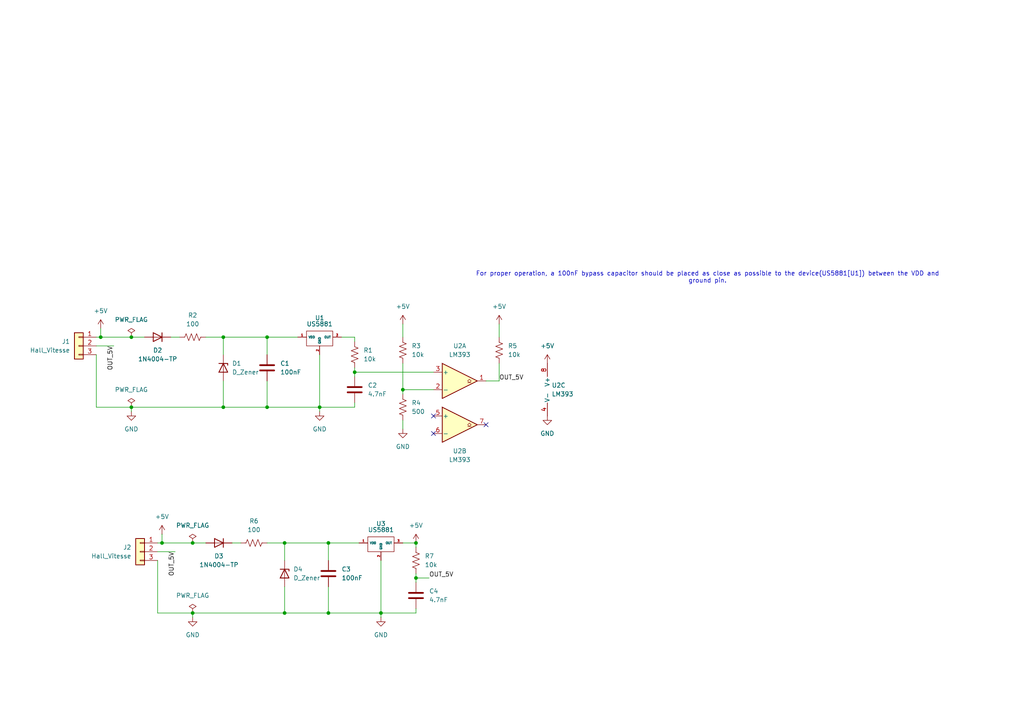
<source format=kicad_sch>
(kicad_sch (version 20231120) (generator "eeschema") (generator_version "8.0")
  (paper "A4")
  (lib_symbols
    (symbol "Comparator:LM393" (pin_names (offset 0.127))
      (property "Reference" "U" (at 3.81 3.81 0))
      (property "Value" "LM393" (at 6.35 -3.81 0))
      (symbol "LM393_1_1"
        (polyline (pts (xy -5.08 5.08) (xy 5.08 0) (xy -5.08 -5.08) (xy -5.08 5.08)) (stroke (width 0.254)) (fill (type background)))
        (polyline (pts (xy 3.302 -0.508) (xy 2.794 -0.508) (xy 3.302 0) (xy 2.794 0.508) (xy 2.286 0) (xy 2.794 -0.508) (xy 2.286 -0.508)) (stroke (width 0.127)))
        (pin open_collector line (at 7.62 0 180) (length 2.54) (name "~") (number "1"))
        (pin input line (at -7.62 -2.54 0) (length 2.54) (name "-") (number "2"))
        (pin input line (at -7.62 2.54 0) (length 2.54) (name "+") (number "3"))
      )
      (symbol "LM393_2_1"
        (polyline (pts (xy -5.08 5.08) (xy 5.08 0) (xy -5.08 -5.08) (xy -5.08 5.08)) (stroke (width 0.254)) (fill (type background)))
        (polyline (pts (xy 3.302 -0.508) (xy 2.794 -0.508) (xy 3.302 0) (xy 2.794 0.508) (xy 2.286 0) (xy 2.794 -0.508) (xy 2.286 -0.508)) (stroke (width 0.127)))
        (pin input line (at -7.62 2.54 0) (length 2.54) (name "+") (number "5"))
        (pin input line (at -7.62 -2.54 0) (length 2.54) (name "-") (number "6"))
        (pin open_collector line (at 7.62 0 180) (length 2.54) (name "~") (number "7"))
      )
      (symbol "LM393_3_1"
        (pin power_in line (at -2.54 -7.62 90) (length 3.81) (name "V-") (number "4"))
        (pin power_in line (at -2.54 7.62 270) (length 3.81) (name "V+") (number "8"))
      )
    )
    (symbol "Connector_Generic:Conn_01x03" (pin_names (offset 1.016) hide)
      (property "Reference" "J" (at 0 5.08 0))
      (property "Value" "Conn_01x03" (at 0 -5.08 0))
      (symbol "Conn_01x03_1_1"
        (rectangle (start -1.27 -2.413) (end 0 -2.667) (stroke (width 0.1524)))
        (rectangle (start -1.27 0.127) (end 0 -0.127) (stroke (width 0.1524)))
        (rectangle (start -1.27 2.667) (end 0 2.413) (stroke (width 0.1524)))
        (rectangle (start -1.27 3.81) (end 1.27 -3.81) (stroke (width 0.254)) (fill (type background)))
        (pin passive line (at -5.08 2.54 0) (length 3.81) (name "Pin_1") (number "1"))
        (pin passive line (at -5.08 0 0) (length 3.81) (name "Pin_2") (number "2"))
        (pin passive line (at -5.08 -2.54 0) (length 3.81) (name "Pin_3") (number "3"))
      )
    )
    (symbol "Device:C" (pin_numbers hide) (pin_names (offset 0.254))
      (property "Reference" "C" (at 0.635 2.54 0))
      (property "Value" "C" (at 0.635 -2.54 0))
      (symbol "C_0_1"
        (polyline (pts (xy -2.032 -0.762) (xy 2.032 -0.762)) (stroke (width 0.508)))
        (polyline (pts (xy -2.032 0.762) (xy 2.032 0.762)) (stroke (width 0.508)))
      )
      (symbol "C_1_1"
        (pin passive line (at 0 3.81 270) (length 2.794) (name "~") (number "1"))
        (pin passive line (at 0 -3.81 90) (length 2.794) (name "~") (number "2"))
      )
    )
    (symbol "Device:D" (pin_numbers hide) (pin_names (offset 1.016) hide)
      (property "Reference" "D" (at 0 2.54 0))
      (property "Value" "D" (at 0 -2.54 0))
      (symbol "D_0_1"
        (polyline (pts (xy -1.27 1.27) (xy -1.27 -1.27)) (stroke (width 0.254)))
        (polyline (pts (xy 1.27 0) (xy -1.27 0)))
        (polyline (pts (xy 1.27 1.27) (xy 1.27 -1.27) (xy -1.27 0) (xy 1.27 1.27)) (stroke (width 0.254)))
      )
      (symbol "D_1_1"
        (pin passive line (at -3.81 0 0) (length 2.54) (name "K") (number "1"))
        (pin passive line (at 3.81 0 180) (length 2.54) (name "A") (number "2"))
      )
    )
    (symbol "Device:D_Zener" (pin_numbers hide) (pin_names (offset 1.016) hide)
      (property "Reference" "D" (at 0 2.54 0))
      (property "Value" "D_Zener" (at 0 -2.54 0))
      (symbol "D_Zener_0_1"
        (polyline (pts (xy 1.27 0) (xy -1.27 0)))
        (polyline (pts (xy -1.27 -1.27) (xy -1.27 1.27) (xy -0.762 1.27)) (stroke (width 0.254)))
        (polyline (pts (xy 1.27 -1.27) (xy 1.27 1.27) (xy -1.27 0) (xy 1.27 -1.27)) (stroke (width 0.254)))
      )
      (symbol "D_Zener_1_1"
        (pin passive line (at -3.81 0 0) (length 2.54) (name "K") (number "1"))
        (pin passive line (at 3.81 0 180) (length 2.54) (name "A") (number "2"))
      )
    )
    (symbol "Device:R_US" (pin_numbers hide) (pin_names (offset 0))
      (property "Reference" "R" (at 2.54 0 90))
      (property "Value" "R_US" (at -2.54 0 90))
      (symbol "R_US_0_1"
        (polyline (pts (xy 0 -2.286) (xy 0 -2.54)))
        (polyline (pts (xy 0 2.286) (xy 0 2.54)))
        (polyline (pts (xy 0 -0.762) (xy 1.016 -1.143) (xy 0 -1.524) (xy -1.016 -1.905) (xy 0 -2.286)))
        (polyline (pts (xy 0 0.762) (xy 1.016 0.381) (xy 0 0) (xy -1.016 -0.381) (xy 0 -0.762)))
        (polyline (pts (xy 0 2.286) (xy 1.016 1.905) (xy 0 1.524) (xy -1.016 1.143) (xy 0 0.762)))
      )
      (symbol "R_US_1_1"
        (pin passive line (at 0 3.81 270) (length 1.27) (name "~") (number "1"))
        (pin passive line (at 0 -3.81 90) (length 1.27) (name "~") (number "2"))
      )
    )
    (symbol "Library_project:US5881_UApackage"
      (property "Reference" "U" (at 0 0 0))
      (symbol "US5881_UApackage_0_1"
        (rectangle (start -3.81 -0.762) (end 3.81 -5.08))
      )
      (symbol "US5881_UApackage_1_1"
        (pin input line (at -6.35 -2.54 0) (length 2.54) (name "VDD") (number "1"))
        (pin input line (at 0 -7.62 90) (length 2.54) (name "GND") (number "2"))
        (pin input line (at 6.35 -2.54 180) (length 2.54) (name "OUT") (number "3"))
      )
    )
    (symbol "power:+5V" (power) (pin_numbers hide) (pin_names (offset 0) hide)
      (property "Value" "+5V" (at 0 3.556 0))
      (symbol "+5V_0_1"
        (polyline (pts (xy -0.762 1.27) (xy 0 2.54)))
        (polyline (pts (xy 0 0) (xy 0 2.54)))
        (polyline (pts (xy 0 2.54) (xy 0.762 1.27)))
      )
      (symbol "+5V_1_1"
        (pin power_in line (at 0 0 90) (length 0) (name "~") (number "1"))
      )
    )
    (symbol "power:GND" (power) (pin_numbers hide) (pin_names (offset 0) hide)
      (property "Value" "GND" (at 0 -3.81 0))
      (symbol "GND_0_1"
        (polyline (pts (xy 0 0) (xy 0 -1.27) (xy 1.27 -1.27) (xy 0 -2.54) (xy -1.27 -1.27) (xy 0 -1.27)))
      )
      (symbol "GND_1_1"
        (pin power_in line (at 0 0 270) (length 0) (name "~") (number "1"))
      )
    )
    (symbol "power:PWR_FLAG" (power) (pin_numbers hide) (pin_names (offset 0) hide)
      (property "Value" "PWR_FLAG" (at 0 3.81 0))
      (symbol "PWR_FLAG_0_0"
        (pin power_out line (at 0 0 90) (length 0) (name "~") (number "1"))
      )
      (symbol "PWR_FLAG_0_1"
        (polyline (pts (xy 0 0) (xy 0 1.27) (xy -1.016 1.905) (xy 0 2.54) (xy 1.016 1.905) (xy 0 1.27)))
      )
    )
  )
  (junction (at 120.65 167.64))
  (junction (at 55.88 157.48))
  (junction (at 46.99 157.48))
  (junction (at 64.77 118.11))
  (junction (at 29.21 97.79))
  (junction (at 95.25 177.8))
  (junction (at 82.55 157.48))
  (junction (at 38.1 97.79))
  (junction (at 116.84 113.03))
  (junction (at 38.1 118.11))
  (junction (at 95.25 157.48))
  (junction (at 55.88 177.8))
  (junction (at 120.65 157.48))
  (junction (at 82.55 177.8))
  (junction (at 110.49 177.8))
  (junction (at 77.47 118.11))
  (junction (at 77.47 97.79))
  (junction (at 92.71 118.11))
  (junction (at 102.87 107.95))
  (junction (at 64.77 97.79))
  (no_connect (at 125.73 125.73))
  (no_connect (at 125.73 120.65))
  (no_connect (at 140.97 123.19))
  (wire (pts (xy 92.71 119.38) (xy 92.71 118.11)))
  (wire (pts (xy 45.72 162.56) (xy 45.72 177.8)))
  (wire (pts (xy 82.55 157.48) (xy 82.55 162.56)))
  (wire (pts (xy 77.47 157.48) (xy 82.55 157.48)))
  (wire (pts (xy 77.47 97.79) (xy 86.36 97.79)))
  (wire (pts (xy 144.78 105.41) (xy 144.78 110.49)))
  (wire (pts (xy 144.78 110.49) (xy 140.97 110.49)))
  (wire (pts (xy 64.77 97.79) (xy 64.77 102.87)))
  (wire (pts (xy 27.94 100.33) (xy 33.02 100.33)))
  (wire (pts (xy 38.1 118.11) (xy 64.77 118.11)))
  (wire (pts (xy 116.84 113.03) (xy 116.84 114.3)))
  (wire (pts (xy 95.25 177.8) (xy 110.49 177.8)))
  (wire (pts (xy 116.84 157.48) (xy 120.65 157.48)))
  (wire (pts (xy 77.47 97.79) (xy 77.47 102.87)))
  (wire (pts (xy 64.77 110.49) (xy 64.77 118.11)))
  (wire (pts (xy 77.47 118.11) (xy 92.71 118.11)))
  (wire (pts (xy 46.99 154.94) (xy 46.99 157.48)))
  (wire (pts (xy 29.21 97.79) (xy 38.1 97.79)))
  (wire (pts (xy 116.84 105.41) (xy 116.84 113.03)))
  (wire (pts (xy 110.49 177.8) (xy 110.49 162.56)))
  (wire (pts (xy 45.72 177.8) (xy 55.88 177.8)))
  (wire (pts (xy 29.21 97.79) (xy 27.94 97.79)))
  (wire (pts (xy 67.31 157.48) (xy 69.85 157.48)))
  (wire (pts (xy 120.65 176.53) (xy 120.65 177.8)))
  (wire (pts (xy 95.25 157.48) (xy 95.25 162.56)))
  (wire (pts (xy 55.88 177.8) (xy 55.88 179.07)))
  (wire (pts (xy 99.06 97.79) (xy 102.87 97.79)))
  (wire (pts (xy 102.87 118.11) (xy 92.71 118.11)))
  (wire (pts (xy 102.87 99.06) (xy 102.87 97.79)))
  (wire (pts (xy 64.77 118.11) (xy 77.47 118.11)))
  (wire (pts (xy 49.53 97.79) (xy 52.07 97.79)))
  (wire (pts (xy 27.94 102.87) (xy 27.94 118.11)))
  (wire (pts (xy 55.88 177.8) (xy 82.55 177.8)))
  (wire (pts (xy 120.65 158.75) (xy 120.65 157.48)))
  (wire (pts (xy 59.69 97.79) (xy 64.77 97.79)))
  (wire (pts (xy 92.71 118.11) (xy 92.71 102.87)))
  (wire (pts (xy 120.65 167.64) (xy 120.65 168.91)))
  (wire (pts (xy 82.55 157.48) (xy 95.25 157.48)))
  (wire (pts (xy 120.65 177.8) (xy 110.49 177.8)))
  (wire (pts (xy 38.1 118.11) (xy 38.1 119.38)))
  (wire (pts (xy 82.55 177.8) (xy 95.25 177.8)))
  (wire (pts (xy 120.65 167.64) (xy 124.46 167.64)))
  (wire (pts (xy 55.88 157.48) (xy 59.69 157.48)))
  (wire (pts (xy 102.87 106.68) (xy 102.87 107.95)))
  (wire (pts (xy 116.84 121.92) (xy 116.84 124.46)))
  (wire (pts (xy 116.84 93.98) (xy 116.84 97.79)))
  (wire (pts (xy 46.99 157.48) (xy 45.72 157.48)))
  (wire (pts (xy 116.84 113.03) (xy 125.73 113.03)))
  (wire (pts (xy 29.21 95.25) (xy 29.21 97.79)))
  (wire (pts (xy 144.78 93.98) (xy 144.78 97.79)))
  (wire (pts (xy 45.72 160.02) (xy 50.8 160.02)))
  (wire (pts (xy 110.49 179.07) (xy 110.49 177.8)))
  (wire (pts (xy 64.77 97.79) (xy 77.47 97.79)))
  (wire (pts (xy 38.1 97.79) (xy 41.91 97.79)))
  (wire (pts (xy 102.87 116.84) (xy 102.87 118.11)))
  (wire (pts (xy 95.25 170.18) (xy 95.25 177.8)))
  (wire (pts (xy 102.87 107.95) (xy 125.73 107.95)))
  (wire (pts (xy 120.65 166.37) (xy 120.65 167.64)))
  (wire (pts (xy 27.94 118.11) (xy 38.1 118.11)))
  (wire (pts (xy 82.55 170.18) (xy 82.55 177.8)))
  (wire (pts (xy 95.25 157.48) (xy 104.14 157.48)))
  (wire (pts (xy 77.47 110.49) (xy 77.47 118.11)))
  (wire (pts (xy 102.87 107.95) (xy 102.87 109.22)))
  (wire (pts (xy 46.99 157.48) (xy 55.88 157.48)))
  (text "For proper operation, a 100nF bypass capacitor should be placed as close as possible to the device(US5881[U1]) between the VDD and\nground pin." (at 205.232 80.518 0) (effects (font (size 1.27 1.27))))
  (label "OUT_5V" (at 33.02 100.33 270))
  (label "OUT_5V" (at 124.46 167.64 0))
  (label "OUT_5V" (at 50.8 160.02 270))
  (label "OUT_5V" (at 144.78 110.49 0))
  (symbol (lib_id "power:+5V") (at 158.75 105.41 0) (unit 1)
    (property "Reference" "#PWR07" (effects (hide yes)))
    (property "Value" "+5V" (at 158.75 100.33 0))
    (property "Description" "Power symbol creates a global label with name \"+5V\"" (effects (hide yes)))
  )
  (symbol (lib_id "Device:R_US") (at 116.84 118.11 0) (unit 1)
    (property "Reference" "R4" (at 119.38 116.8399 0) (effects (justify left)))
    (property "Value" "500" (at 119.38 119.3799 0) (effects (justify left)))
    (property "Footprint" "Resistor_THT:R_Axial_DIN0204_L3.6mm_D1.6mm_P7.62mm_Horizontal" (effects (hide yes)))
    (property "Datasheet" "https://www.yageo.com/upload/media/product/app/datasheet/lr/yageo-mfr_datasheet.pdf" (effects (hide yes)))
    (property "Description" "Resistor, US symbol" (effects (hide yes)))
  )
  (symbol (lib_id "power:PWR_FLAG") (at 55.88 177.8 0) (unit 1)
    (property "Reference" "#FLG04" (effects (hide yes)))
    (property "Value" "PWR_FLAG" (at 55.88 172.72 0))
    (property "Description" "Special symbol for telling ERC where power comes from" (effects (hide yes)))
  )
  (symbol (lib_id "power:PWR_FLAG") (at 55.88 157.48 0) (unit 1)
    (property "Reference" "#FLG03" (effects (hide yes)))
    (property "Value" "PWR_FLAG" (at 55.88 152.4 0))
    (property "Description" "Special symbol for telling ERC where power comes from" (effects (hide yes)))
  )
  (symbol (lib_id "Connector_Generic:Conn_01x03") (at 40.64 160.02 0) (mirror y) (unit 1)
    (property "Reference" "J2" (at 38.1 158.7499 0) (effects (justify left)))
    (property "Value" "Hall_Vitesse" (at 38.1 161.2899 0) (effects (justify left)))
    (property "Footprint" "FootprintLibrary:CONN_3pos_GREEN" (effects (hide yes)))
    (property "Description" "Generic connector, single row, 01x03, script generated (kicad-library-utils/schlib/autogen/connector/)" (effects (hide yes)))
  )
  (symbol (lib_id "Comparator:LM393") (at 161.29 113.03 0) (unit 3)
    (property "Reference" "U2" (at 160.02 111.7599 0) (effects (justify left)))
    (property "Value" "LM393" (at 160.02 114.2999 0) (effects (justify left)))
    (property "Datasheet" "http://www.ti.com/lit/ds/symlink/lm393.pdf" (effects (hide yes)))
    (property "Description" "Low-Power, Low-Offset Voltage, Dual Comparators, DIP-8/SOIC-8/TO-99-8" (effects (hide yes)))
  )
  (symbol (lib_id "Device:R_US") (at 73.66 157.48 90) (unit 1)
    (property "Reference" "R6" (at 73.66 151.13 90))
    (property "Value" "100" (at 73.66 153.67 90))
    (property "Footprint" "Resistor_SMD:R_0805_2012Metric_Pad1.20x1.40mm_HandSolder" (effects (hide yes)))
    (property "Datasheet" "https://www.koaspeer.com/pdfs/RK73B.pdf" (effects (hide yes)))
    (property "Description" "Resistor, US symbol" (effects (hide yes)))
  )
  (symbol (lib_id "power:PWR_FLAG") (at 38.1 118.11 0) (unit 1)
    (property "Reference" "#FLG01" (effects (hide yes)))
    (property "Value" "PWR_FLAG" (at 38.1 113.03 0))
    (property "Description" "Special symbol for telling ERC where power comes from" (effects (hide yes)))
  )
  (symbol (lib_id "Comparator:LM393") (at 133.35 110.49 0) (unit 1)
    (property "Reference" "U2" (at 133.35 100.33 0))
    (property "Value" "LM393" (at 133.35 102.87 0))
    (property "Footprint" "Package_DIP:DIP-8_W7.62mm_LongPads" (effects (hide yes)))
    (property "Datasheet" "http://www.ti.com/lit/ds/symlink/lm393.pdf" (effects (hide yes)))
    (property "Description" "Low-Power, Low-Offset Voltage, Dual Comparators, DIP-8/SOIC-8/TO-99-8" (effects (hide yes)))
  )
  (symbol (lib_id "power:GND") (at 116.84 124.46 0) (unit 1)
    (property "Reference" "#PWR04" (effects (hide yes)))
    (property "Value" "GND" (at 116.84 129.54 0))
    (property "Description" "Power symbol creates a global label with name \"GND\" , ground" (effects (hide yes)))
  )
  (symbol (lib_id "power:GND") (at 38.1 119.38 0) (unit 1)
    (property "Reference" "#PWR01" (effects (hide yes)))
    (property "Value" "GND" (at 38.1 124.46 0))
    (property "Description" "Power symbol creates a global label with name \"GND\" , ground" (effects (hide yes)))
  )
  (symbol (lib_id "power:PWR_FLAG") (at 38.1 97.79 0) (unit 1)
    (property "Reference" "#FLG02" (effects (hide yes)))
    (property "Value" "PWR_FLAG" (at 38.1 92.71 0))
    (property "Description" "Special symbol for telling ERC where power comes from" (effects (hide yes)))
  )
  (symbol (lib_id "Device:D") (at 45.72 97.79 0) (mirror y) (unit 1)
    (property "Reference" "D2" (at 45.72 101.6 0))
    (property "Value" "1N4004-TP" (at 45.72 104.14 0))
    (property "Footprint" "Diode_THT:D_DO-41_SOD81_P10.16mm_Horizontal" (effects (hide yes)))
    (property "Datasheet" "https://www.mccsemi.com/pdf/Products/1N4001~1N4007(DO-41).pdf" (effects (hide yes)))
    (property "Description" "Diode" (effects (hide yes)))
    (property "Sim.Device" "D" (effects (hide yes)))
    (property "Sim.Pins" "1=K 2=A" (effects (hide yes)))
  )
  (symbol (lib_id "Device:D_Zener") (at 82.55 166.37 270) (unit 1)
    (property "Reference" "D4" (at 85.09 165.0999 90) (effects (justify left)))
    (property "Value" "D_Zener" (at 85.09 167.6399 90) (effects (justify left)))
    (property "Footprint" "Diode_THT:D_DO-35_SOD27_P7.62mm_Horizontal" (effects (hide yes)))
    (property "Datasheet" "https://assets.nexperia.com/documents/data-sheet/NZX_SER.pdf" (effects (hide yes)))
    (property "Description" "Zener diode" (effects (hide yes)))
  )
  (symbol (lib_id "Device:C") (at 102.87 113.03 180) (unit 1)
    (property "Reference" "C2" (at 106.68 111.7599 0) (effects (justify right)))
    (property "Value" "4.7nF" (at 106.68 114.2999 0) (effects (justify right)))
    (property "Footprint" "Capacitor_SMD:C_0805_2012Metric_Pad1.18x1.45mm_HandSolder" (effects (hide yes)))
    (property "Datasheet" "https://mm.digikey.com/Volume0/opasdata/d220001/medias/docus/41/CL21A475KAQNNNE_Spec.pdf" (effects (hide yes)))
    (property "Description" "Unpolarized capacitor" (effects (hide yes)))
  )
  (symbol (lib_id "Comparator:LM393") (at 133.35 123.19 0) (unit 2)
    (property "Reference" "U2" (at 133.35 130.81 0))
    (property "Value" "LM393" (at 133.35 133.35 0))
    (property "Datasheet" "http://www.ti.com/lit/ds/symlink/lm393.pdf" (effects (hide yes)))
    (property "Description" "Low-Power, Low-Offset Voltage, Dual Comparators, DIP-8/SOIC-8/TO-99-8" (effects (hide yes)))
  )
  (symbol (lib_id "Device:D_Zener") (at 64.77 106.68 270) (unit 1)
    (property "Reference" "D1" (at 67.31 105.4099 90) (effects (justify left)))
    (property "Value" "D_Zener" (at 67.31 107.9499 90) (effects (justify left)))
    (property "Footprint" "Diode_THT:D_DO-35_SOD27_P7.62mm_Horizontal" (effects (hide yes)))
    (property "Datasheet" "https://assets.nexperia.com/documents/data-sheet/NZX_SER.pdf" (effects (hide yes)))
    (property "Description" "Zener diode" (effects (hide yes)))
  )
  (symbol (lib_id "Device:R_US") (at 102.87 102.87 0) (unit 1)
    (property "Reference" "R1" (at 105.41 101.5999 0) (effects (justify left)))
    (property "Value" "10k" (at 105.41 104.1399 0) (effects (justify left)))
    (property "Footprint" "Resistor_SMD:R_0805_2012Metric_Pad1.20x1.40mm_HandSolder" (effects (hide yes)))
    (property "Datasheet" "https://www.yageo.com/upload/media/product/products/datasheet/rchip/PYu-RC_Group_51_RoHS_L_12.pdf" (effects (hide yes)))
    (property "Description" "Resistor, US symbol" (effects (hide yes)))
  )
  (symbol (lib_id "Device:C") (at 95.25 166.37 0) (unit 1)
    (property "Reference" "C3" (at 99.06 165.0999 0) (effects (justify left)))
    (property "Value" "100nF" (at 99.06 167.6399 0) (effects (justify left)))
    (property "Footprint" "Capacitor_SMD:C_0805_2012Metric_Pad1.18x1.45mm_HandSolder" (effects (hide yes)))
    (property "Datasheet" "https://www.yageo.com/upload/media/product/productsearch/datasheet/mlcc/UPY-GPHC_X7R_6.3V-to-250V_24.pdf" (effects (hide yes)))
    (property "Description" "Unpolarized capacitor" (effects (hide yes)))
  )
  (symbol (lib_id "power:+5V") (at 29.21 95.25 0) (unit 1)
    (property "Reference" "#PWR03" (effects (hide yes)))
    (property "Value" "+5V" (at 29.21 90.17 0))
    (property "Description" "Power symbol creates a global label with name \"+5V\"" (effects (hide yes)))
  )
  (symbol (lib_id "Device:R_US") (at 116.84 101.6 0) (unit 1)
    (property "Reference" "R3" (at 119.38 100.3299 0) (effects (justify left)))
    (property "Value" "10k" (at 119.38 102.8699 0) (effects (justify left)))
    (property "Footprint" "Resistor_SMD:R_0805_2012Metric_Pad1.20x1.40mm_HandSolder" (effects (hide yes)))
    (property "Datasheet" "https://www.yageo.com/upload/media/product/products/datasheet/rchip/PYu-RC_Group_51_RoHS_L_12.pdf" (effects (hide yes)))
    (property "Description" "Resistor, US symbol" (effects (hide yes)))
  )
  (symbol (lib_id "power:GND") (at 92.71 119.38 0) (unit 1)
    (property "Reference" "#PWR02" (effects (hide yes)))
    (property "Value" "GND" (at 92.71 124.46 0))
    (property "Description" "Power symbol creates a global label with name \"GND\" , ground" (effects (hide yes)))
  )
  (symbol (lib_id "power:+5V") (at 46.99 154.94 0) (unit 1)
    (property "Reference" "#PWR09" (effects (hide yes)))
    (property "Value" "+5V" (at 46.99 149.86 0))
    (property "Description" "Power symbol creates a global label with name \"+5V\"" (effects (hide yes)))
  )
  (symbol (lib_id "Device:R_US") (at 120.65 162.56 0) (unit 1)
    (property "Reference" "R7" (at 123.19 161.2899 0) (effects (justify left)))
    (property "Value" "10k" (at 123.19 163.8299 0) (effects (justify left)))
    (property "Footprint" "Resistor_SMD:R_0805_2012Metric_Pad1.20x1.40mm_HandSolder" (effects (hide yes)))
    (property "Datasheet" "https://www.yageo.com/upload/media/product/products/datasheet/rchip/PYu-RC_Group_51_RoHS_L_12.pdf" (effects (hide yes)))
    (property "Description" "Resistor, US symbol" (effects (hide yes)))
  )
  (symbol (lib_id "Device:C") (at 77.47 106.68 0) (unit 1)
    (property "Reference" "C1" (at 81.28 105.4099 0) (effects (justify left)))
    (property "Value" "100nF" (at 81.28 107.9499 0) (effects (justify left)))
    (property "Footprint" "Capacitor_SMD:C_0805_2012Metric_Pad1.18x1.45mm_HandSolder" (effects (hide yes)))
    (property "Datasheet" "https://www.yageo.com/upload/media/product/productsearch/datasheet/mlcc/UPY-GPHC_X7R_6.3V-to-250V_24.pdf" (effects (hide yes)))
    (property "Description" "Unpolarized capacitor" (effects (hide yes)))
  )
  (symbol (lib_id "power:GND") (at 55.88 179.07 0) (unit 1)
    (property "Reference" "#PWR010" (effects (hide yes)))
    (property "Value" "GND" (at 55.88 184.15 0))
    (property "Description" "Power symbol creates a global label with name \"GND\" , ground" (effects (hide yes)))
  )
  (symbol (lib_id "Device:D") (at 63.5 157.48 0) (mirror y) (unit 1)
    (property "Reference" "D3" (at 63.5 161.29 0))
    (property "Value" "1N4004-TP" (at 63.5 163.83 0))
    (property "Footprint" "Diode_THT:D_DO-41_SOD81_P10.16mm_Horizontal" (effects (hide yes)))
    (property "Datasheet" "https://www.mccsemi.com/pdf/Products/1N4001~1N4007(DO-41).pdf" (effects (hide yes)))
    (property "Description" "Diode" (effects (hide yes)))
    (property "Sim.Device" "D" (effects (hide yes)))
    (property "Sim.Pins" "1=K 2=A" (effects (hide yes)))
  )
  (symbol (lib_id "Library_project:US5881_UApackage") (at 92.71 95.25 0) (unit 1)
    (property "Reference" "U1" (at 92.71 92.202 0))
    (property "Value" "US5881" (at 92.71 93.98 0))
    (property "Footprint" "Package_TO_SOT_THT:TO-92L_HandSolder" (effects (hide yes)))
    (property "Datasheet" "file:///C:/Users/926/Downloads/US5881-Datasheet-Melexis%20(2).PDF" (effects (hide yes)))
  )
  (symbol (lib_id "Connector_Generic:Conn_01x03") (at 22.86 100.33 0) (mirror y) (unit 1)
    (property "Reference" "J1" (at 20.32 99.0599 0) (effects (justify left)))
    (property "Value" "Hall_Vitesse" (at 20.32 101.5999 0) (effects (justify left)))
    (property "Footprint" "FootprintLibrary:CONN_3pos_GREEN" (effects (hide yes)))
    (property "Description" "Generic connector, single row, 01x03, script generated (kicad-library-utils/schlib/autogen/connector/)" (effects (hide yes)))
  )
  (symbol (lib_id "Library_project:US5881_UApackage") (at 110.49 154.94 0) (unit 1)
    (property "Reference" "U3" (at 110.49 151.892 0))
    (property "Value" "US5881" (at 110.49 153.67 0))
    (property "Footprint" "Package_TO_SOT_THT:TO-92L_HandSolder" (effects (hide yes)))
    (property "Datasheet" "file:///C:/Users/926/Downloads/US5881-Datasheet-Melexis%20(2).PDF" (effects (hide yes)))
  )
  (symbol (lib_id "power:+5V") (at 144.78 93.98 0) (unit 1)
    (property "Reference" "#PWR06" (effects (hide yes)))
    (property "Value" "+5V" (at 144.78 88.9 0))
    (property "Description" "Power symbol creates a global label with name \"+5V\"" (effects (hide yes)))
  )
  (symbol (lib_id "power:+5V") (at 120.65 157.48 0) (unit 1)
    (property "Reference" "#PWR012" (effects (hide yes)))
    (property "Value" "+5V" (at 120.65 152.4 0))
    (property "Description" "Power symbol creates a global label with name \"+5V\"" (effects (hide yes)))
  )
  (symbol (lib_id "Device:C") (at 120.65 172.72 180) (unit 1)
    (property "Reference" "C4" (at 124.46 171.4499 0) (effects (justify right)))
    (property "Value" "4.7nF" (at 124.46 173.9899 0) (effects (justify right)))
    (property "Footprint" "Capacitor_SMD:C_0805_2012Metric_Pad1.18x1.45mm_HandSolder" (effects (hide yes)))
    (property "Datasheet" "https://mm.digikey.com/Volume0/opasdata/d220001/medias/docus/41/CL21A475KAQNNNE_Spec.pdf" (effects (hide yes)))
    (property "Description" "Unpolarized capacitor" (effects (hide yes)))
  )
  (symbol (lib_id "power:+5V") (at 116.84 93.98 0) (unit 1)
    (property "Reference" "#PWR05" (effects (hide yes)))
    (property "Value" "+5V" (at 116.84 88.9 0))
    (property "Description" "Power symbol creates a global label with name \"+5V\"" (effects (hide yes)))
  )
  (symbol (lib_id "power:GND") (at 158.75 120.65 0) (unit 1)
    (property "Reference" "#PWR08" (effects (hide yes)))
    (property "Value" "GND" (at 158.75 125.73 0))
    (property "Description" "Power symbol creates a global label with name \"GND\" , ground" (effects (hide yes)))
  )
  (symbol (lib_id "Device:R_US") (at 144.78 101.6 0) (unit 1)
    (property "Reference" "R5" (at 147.32 100.3299 0) (effects (justify left)))
    (property "Value" "10k" (at 147.32 102.8699 0) (effects (justify left)))
    (property "Footprint" "Resistor_SMD:R_0805_2012Metric_Pad1.20x1.40mm_HandSolder" (effects (hide yes)))
    (property "Datasheet" "https://www.yageo.com/upload/media/product/products/datasheet/rchip/PYu-RC_Group_51_RoHS_L_12.pdf" (effects (hide yes)))
    (property "Description" "Resistor, US symbol" (effects (hide yes)))
  )
  (symbol (lib_id "power:GND") (at 110.49 179.07 0) (unit 1)
    (property "Reference" "#PWR011" (effects (hide yes)))
    (property "Value" "GND" (at 110.49 184.15 0))
    (property "Description" "Power symbol creates a global label with name \"GND\" , ground" (effects (hide yes)))
  )
  (symbol (lib_id "Device:R_US") (at 55.88 97.79 90) (unit 1)
    (property "Reference" "R2" (at 55.88 91.44 90))
    (property "Value" "100" (at 55.88 93.98 90))
    (property "Footprint" "Resistor_SMD:R_0805_2012Metric_Pad1.20x1.40mm_HandSolder" (effects (hide yes)))
    (property "Datasheet" "https://www.koaspeer.com/pdfs/RK73B.pdf" (effects (hide yes)))
    (property "Description" "Resistor, US symbol" (effects (hide yes)))
  )
)
</source>
